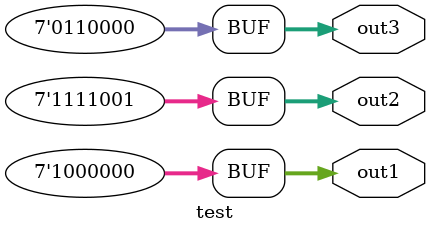
<source format=v>
module test(out1,out2,out3);


	output  [6:0]out1;
	output  [6:0]out2;
    output  [6:0]out3;
		 
	assign out1 = 7'b1000000;
    assign out2 = 7'b1111001;
    assign out3 = 7'b0110000;

endmodule
</source>
